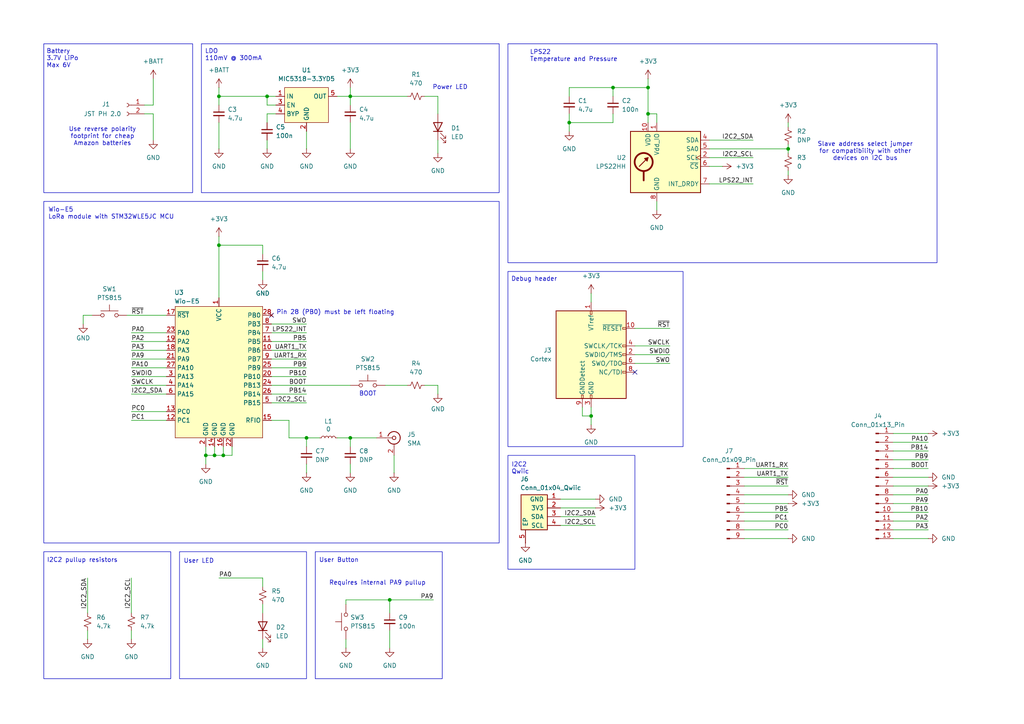
<source format=kicad_sch>
(kicad_sch (version 20250114) (generator "eeschema") (generator_version "9.0")
  (paper "A4")
  (lib_symbols
    (symbol "Connector:Conn_01x02_Socket" (pin_names (offset 1.016) (hide yes))
      (property "Reference" "J" (at 0 2.54 0))
      (property "Value" "Conn_01x02_Socket" (at 0 -5.08 0))
      (symbol "Conn_01x02_Socket_1_1"
        (polyline (pts (xy -1.27 0) (xy -0.508 0)) (stroke (width 0.1524)))
        (polyline (pts (xy -1.27 -2.54) (xy -0.508 -2.54)) (stroke (width 0.1524)))
        (arc (start 0 -0.508) (mid -0.5058 0) (end 0 0.508) (stroke (width 0.1524)))
        (arc (start 0 -3.048) (mid -0.5058 -2.54) (end 0 -2.032) (stroke (width 0.1524)))
        (pin passive line (at -5.08 0 0) (length 3.81) (name "Pin_1") (number "1"))
        (pin passive line (at -5.08 -2.54 0) (length 3.81) (name "Pin_2") (number "2"))
      )
    )
    (symbol "Connector:Conn_01x09_Pin" (pin_names (offset 1.016) (hide yes))
      (property "Reference" "J" (at 0 12.7 0))
      (property "Value" "Conn_01x09_Pin" (at 0 -12.7 0))
      (symbol "Conn_01x09_Pin_1_1"
        (rectangle (start 0.8636 10.287) (end 0 10.033) (stroke (width 0.1524)) (fill (type outline)))
        (rectangle (start 0.8636 7.747) (end 0 7.493) (stroke (width 0.1524)) (fill (type outline)))
        (rectangle (start 0.8636 5.207) (end 0 4.953) (stroke (width 0.1524)) (fill (type outline)))
        (rectangle (start 0.8636 2.667) (end 0 2.413) (stroke (width 0.1524)) (fill (type outline)))
        (rectangle (start 0.8636 0.127) (end 0 -0.127) (stroke (width 0.1524)) (fill (type outline)))
        (rectangle (start 0.8636 -2.413) (end 0 -2.667) (stroke (width 0.1524)) (fill (type outline)))
        (rectangle (start 0.8636 -4.953) (end 0 -5.207) (stroke (width 0.1524)) (fill (type outline)))
        (rectangle (start 0.8636 -7.493) (end 0 -7.747) (stroke (width 0.1524)) (fill (type outline)))
        (rectangle (start 0.8636 -10.033) (end 0 -10.287) (stroke (width 0.1524)) (fill (type outline)))
        (polyline (pts (xy 1.27 10.16) (xy 0.8636 10.16)) (stroke (width 0.1524)))
        (polyline (pts (xy 1.27 7.62) (xy 0.8636 7.62)) (stroke (width 0.1524)))
        (polyline (pts (xy 1.27 5.08) (xy 0.8636 5.08)) (stroke (width 0.1524)))
        (polyline (pts (xy 1.27 2.54) (xy 0.8636 2.54)) (stroke (width 0.1524)))
        (polyline (pts (xy 1.27 0) (xy 0.8636 0)) (stroke (width 0.1524)))
        (polyline (pts (xy 1.27 -2.54) (xy 0.8636 -2.54)) (stroke (width 0.1524)))
        (polyline (pts (xy 1.27 -5.08) (xy 0.8636 -5.08)) (stroke (width 0.1524)))
        (polyline (pts (xy 1.27 -7.62) (xy 0.8636 -7.62)) (stroke (width 0.1524)))
        (polyline (pts (xy 1.27 -10.16) (xy 0.8636 -10.16)) (stroke (width 0.1524)))
        (pin passive line (at 5.08 10.16 180) (length 3.81) (name "Pin_1") (number "1"))
        (pin passive line (at 5.08 7.62 180) (length 3.81) (name "Pin_2") (number "2"))
        (pin passive line (at 5.08 5.08 180) (length 3.81) (name "Pin_3") (number "3"))
        (pin passive line (at 5.08 2.54 180) (length 3.81) (name "Pin_4") (number "4"))
        (pin passive line (at 5.08 0 180) (length 3.81) (name "Pin_5") (number "5"))
        (pin passive line (at 5.08 -2.54 180) (length 3.81) (name "Pin_6") (number "6"))
        (pin passive line (at 5.08 -5.08 180) (length 3.81) (name "Pin_7") (number "7"))
        (pin passive line (at 5.08 -7.62 180) (length 3.81) (name "Pin_8") (number "8"))
        (pin passive line (at 5.08 -10.16 180) (length 3.81) (name "Pin_9") (number "9"))
      )
    )
    (symbol "Connector:Conn_01x13_Pin" (pin_names (offset 1.016) (hide yes))
      (property "Reference" "J" (at 0 17.78 0))
      (property "Value" "Conn_01x13_Pin" (at 0 -17.78 0))
      (symbol "Conn_01x13_Pin_1_1"
        (rectangle (start 0.8636 15.367) (end 0 15.113) (stroke (width 0.1524)) (fill (type outline)))
        (rectangle (start 0.8636 12.827) (end 0 12.573) (stroke (width 0.1524)) (fill (type outline)))
        (rectangle (start 0.8636 10.287) (end 0 10.033) (stroke (width 0.1524)) (fill (type outline)))
        (rectangle (start 0.8636 7.747) (end 0 7.493) (stroke (width 0.1524)) (fill (type outline)))
        (rectangle (start 0.8636 5.207) (end 0 4.953) (stroke (width 0.1524)) (fill (type outline)))
        (rectangle (start 0.8636 2.667) (end 0 2.413) (stroke (width 0.1524)) (fill (type outline)))
        (rectangle (start 0.8636 0.127) (end 0 -0.127) (stroke (width 0.1524)) (fill (type outline)))
        (rectangle (start 0.8636 -2.413) (end 0 -2.667) (stroke (width 0.1524)) (fill (type outline)))
        (rectangle (start 0.8636 -4.953) (end 0 -5.207) (stroke (width 0.1524)) (fill (type outline)))
        (rectangle (start 0.8636 -7.493) (end 0 -7.747) (stroke (width 0.1524)) (fill (type outline)))
        (rectangle (start 0.8636 -10.033) (end 0 -10.287) (stroke (width 0.1524)) (fill (type outline)))
        (rectangle (start 0.8636 -12.573) (end 0 -12.827) (stroke (width 0.1524)) (fill (type outline)))
        (rectangle (start 0.8636 -15.113) (end 0 -15.367) (stroke (width 0.1524)) (fill (type outline)))
        (polyline (pts (xy 1.27 15.24) (xy 0.8636 15.24)) (stroke (width 0.1524)))
        (polyline (pts (xy 1.27 12.7) (xy 0.8636 12.7)) (stroke (width 0.1524)))
        (polyline (pts (xy 1.27 10.16) (xy 0.8636 10.16)) (stroke (width 0.1524)))
        (polyline (pts (xy 1.27 7.62) (xy 0.8636 7.62)) (stroke (width 0.1524)))
        (polyline (pts (xy 1.27 5.08) (xy 0.8636 5.08)) (stroke (width 0.1524)))
        (polyline (pts (xy 1.27 2.54) (xy 0.8636 2.54)) (stroke (width 0.1524)))
        (polyline (pts (xy 1.27 0) (xy 0.8636 0)) (stroke (width 0.1524)))
        (polyline (pts (xy 1.27 -2.54) (xy 0.8636 -2.54)) (stroke (width 0.1524)))
        (polyline (pts (xy 1.27 -5.08) (xy 0.8636 -5.08)) (stroke (width 0.1524)))
        (polyline (pts (xy 1.27 -7.62) (xy 0.8636 -7.62)) (stroke (width 0.1524)))
        (polyline (pts (xy 1.27 -10.16) (xy 0.8636 -10.16)) (stroke (width 0.1524)))
        (polyline (pts (xy 1.27 -12.7) (xy 0.8636 -12.7)) (stroke (width 0.1524)))
        (polyline (pts (xy 1.27 -15.24) (xy 0.8636 -15.24)) (stroke (width 0.1524)))
        (pin passive line (at 5.08 15.24 180) (length 3.81) (name "Pin_1") (number "1"))
        (pin passive line (at 5.08 12.7 180) (length 3.81) (name "Pin_2") (number "2"))
        (pin passive line (at 5.08 10.16 180) (length 3.81) (name "Pin_3") (number "3"))
        (pin passive line (at 5.08 7.62 180) (length 3.81) (name "Pin_4") (number "4"))
        (pin passive line (at 5.08 5.08 180) (length 3.81) (name "Pin_5") (number "5"))
        (pin passive line (at 5.08 2.54 180) (length 3.81) (name "Pin_6") (number "6"))
        (pin passive line (at 5.08 0 180) (length 3.81) (name "Pin_7") (number "7"))
        (pin passive line (at 5.08 -2.54 180) (length 3.81) (name "Pin_8") (number "8"))
        (pin passive line (at 5.08 -5.08 180) (length 3.81) (name "Pin_9") (number "9"))
        (pin passive line (at 5.08 -7.62 180) (length 3.81) (name "Pin_10") (number "10"))
        (pin passive line (at 5.08 -10.16 180) (length 3.81) (name "Pin_11") (number "11"))
        (pin passive line (at 5.08 -12.7 180) (length 3.81) (name "Pin_12") (number "12"))
        (pin passive line (at 5.08 -15.24 180) (length 3.81) (name "Pin_13") (number "13"))
      )
    )
    (symbol "Connector:Conn_ARM_JTAG_SWD_10" (pin_names (offset 1.016))
      (property "Reference" "J" (at -2.54 16.51 0))
      (property "Value" "Conn_ARM_JTAG_SWD_10" (at -2.54 13.97 0))
      (symbol "Conn_ARM_JTAG_SWD_10_0_1"
        (rectangle (start -10.16 12.7) (end 10.16 -12.7) (stroke (width 0.254)) (fill (type background)))
        (rectangle (start -2.794 -12.7) (end -2.286 -11.684))
        (rectangle (start -0.254 12.7) (end 0.254 11.684))
        (rectangle (start -0.254 -12.7) (end 0.254 -11.684))
        (rectangle (start 9.144 2.286) (end 10.16 2.794))
        (rectangle (start 10.16 7.874) (end 9.144 7.366))
        (rectangle (start 10.16 -0.254) (end 9.144 0.254))
        (rectangle (start 10.16 -2.794) (end 9.144 -2.286))
      )
      (symbol "Conn_ARM_JTAG_SWD_10_1_1"
        (rectangle (start 9.144 -5.334) (end 10.16 -4.826))
        (pin no_connect line (at -10.16 0 0) (length 2.54) (hide yes) (name "KEY") (number "7"))
        (pin passive line (at -2.54 -15.24 90) (length 2.54) (name "GNDDetect") (number "9"))
        (pin power_in line (at 0 15.24 270) (length 2.54) (name "VTref") (number "1"))
        (pin power_in line (at 0 -15.24 90) (length 2.54) (name "GND") (number "3"))
        (pin passive line (at 0 -15.24 90) (length 2.54) (hide yes) (name "GND") (number "5"))
        (pin open_collector line (at 12.7 7.62 180) (length 2.54) (name "~{RESET}") (number "10"))
        (pin output line (at 12.7 2.54 180) (length 2.54) (name "SWCLK/TCK") (number "4"))
        (pin bidirectional line (at 12.7 0 180) (length 2.54) (name "SWDIO/TMS") (number "2"))
        (pin input line (at 12.7 -2.54 180) (length 2.54) (name "SWO/TDO") (number "6"))
        (pin output line (at 12.7 -5.08 180) (length 2.54) (name "NC/TDI") (number "8"))
      )
    )
    (symbol "Connector:Conn_Coaxial" (pin_names (offset 1.016) (hide yes))
      (property "Reference" "J" (at 0.254 3.048 0))
      (property "Value" "Conn_Coaxial" (at 2.921 0 90))
      (symbol "Conn_Coaxial_0_1"
        (polyline (pts (xy -2.54 0) (xy -0.508 0)))
        (arc (start 1.778 0) (mid 0.222 -1.8079) (end -1.778 -0.508) (stroke (width 0.254)))
        (arc (start -1.778 0.508) (mid 0.2221 1.8084) (end 1.778 0) (stroke (width 0.254)))
        (circle (center 0 0) (radius 0.508) (stroke (width 0.2032)))
        (polyline (pts (xy 0 -2.54) (xy 0 -1.778)))
      )
      (symbol "Conn_Coaxial_1_1"
        (pin passive line (at -5.08 0 0) (length 2.54) (name "In") (number "1"))
        (pin passive line (at 0 -5.08 90) (length 2.54) (name "Ext") (number "2"))
      )
    )
    (symbol "Device:C_Small" (pin_numbers (hide yes)) (pin_names (offset 0.254) (hide yes))
      (property "Reference" "C" (at 0.254 1.778 0))
      (property "Value" "C_Small" (at 0.254 -2.032 0))
      (symbol "C_Small_0_1"
        (polyline (pts (xy -1.524 0.508) (xy 1.524 0.508)) (stroke (width 0.3048)))
        (polyline (pts (xy -1.524 -0.508) (xy 1.524 -0.508)) (stroke (width 0.3302)))
      )
      (symbol "C_Small_1_1"
        (pin passive line (at 0 2.54 270) (length 2.032) (name "~") (number "1"))
        (pin passive line (at 0 -2.54 90) (length 2.032) (name "~") (number "2"))
      )
    )
    (symbol "Device:LED" (pin_numbers (hide yes)) (pin_names (offset 1.016) (hide yes))
      (property "Reference" "D" (at 0 2.54 0))
      (property "Value" "LED" (at 0 -2.54 0))
      (symbol "LED_0_1"
        (polyline (pts (xy -3.048 -0.762) (xy -4.572 -2.286) (xy -3.81 -2.286) (xy -4.572 -2.286) (xy -4.572 -1.524)))
        (polyline (pts (xy -1.778 -0.762) (xy -3.302 -2.286) (xy -2.54 -2.286) (xy -3.302 -2.286) (xy -3.302 -1.524)))
        (polyline (pts (xy -1.27 0) (xy 1.27 0)))
        (polyline (pts (xy -1.27 -1.27) (xy -1.27 1.27)) (stroke (width 0.254)))
        (polyline (pts (xy 1.27 -1.27) (xy 1.27 1.27) (xy -1.27 0) (xy 1.27 -1.27)) (stroke (width 0.254)))
      )
      (symbol "LED_1_1"
        (pin passive line (at -3.81 0 0) (length 2.54) (name "K") (number "1"))
        (pin passive line (at 3.81 0 180) (length 2.54) (name "A") (number "2"))
      )
    )
    (symbol "Device:L_Small" (pin_numbers (hide yes)) (pin_names (offset 0.254) (hide yes))
      (property "Reference" "L" (at 0.762 1.016 0))
      (property "Value" "L_Small" (at 0.762 -1.016 0))
      (symbol "L_Small_0_1"
        (arc (start 0 2.032) (mid 0.5058 1.524) (end 0 1.016))
        (arc (start 0 1.016) (mid 0.5058 0.508) (end 0 0))
        (arc (start 0 0) (mid 0.5058 -0.508) (end 0 -1.016))
        (arc (start 0 -1.016) (mid 0.5058 -1.524) (end 0 -2.032))
      )
      (symbol "L_Small_1_1"
        (pin passive line (at 0 2.54 270) (length 0.508) (name "~") (number "1"))
        (pin passive line (at 0 -2.54 90) (length 0.508) (name "~") (number "2"))
      )
    )
    (symbol "Device:R_Small_US" (pin_numbers (hide yes)) (pin_names (offset 0.254) (hide yes))
      (property "Reference" "R" (at 0.762 0.508 0))
      (property "Value" "R_Small_US" (at 0.762 -1.016 0))
      (symbol "R_Small_US_1_1"
        (polyline (pts (xy 0 1.524) (xy 1.016 1.143) (xy 0 0.762) (xy -1.016 0.381) (xy 0 0)))
        (polyline (pts (xy 0 0) (xy 1.016 -0.381) (xy 0 -0.762) (xy -1.016 -1.143) (xy 0 -1.524)))
        (pin passive line (at 0 2.54 270) (length 1.016) (name "~") (number "1"))
        (pin passive line (at 0 -2.54 90) (length 1.016) (name "~") (number "2"))
      )
    )
    (symbol "MIC5318:MIC5318-3.3YD5"
      (property "Reference" "U" (at 0 3.556 0))
      (property "Value" "MIC5318-3.3YD5" (at 0 1.27 0))
      (symbol "MIC5318-3.3YD5_0_0"
        (pin power_in line (at -8.89 -2.54 0) (length 2.54) (name "IN") (number "1"))
        (pin input line (at -8.89 -5.08 0) (length 2.54) (name "EN") (number "3"))
        (pin input line (at -8.89 -7.62 0) (length 2.54) (name "BYP") (number "4"))
        (pin power_in line (at 0 -12.7 90) (length 2.54) (name "GND") (number "2"))
        (pin power_out line (at 8.89 -2.54 180) (length 2.54) (name "OUT") (number "5"))
      )
      (symbol "MIC5318-3.3YD5_1_1"
        (rectangle (start -6.35 0) (end 6.35 -10.16) (fill (type background)))
      )
    )
    (symbol "Qwiic:Conn_01x04_Qwiic" (pin_names (offset 1.016))
      (property "Reference" "J" (at 0 7.62 0))
      (property "Value" "Conn_01x04_Qwiic" (at -0.254 5.588 0))
      (symbol "Conn_01x04_Qwiic_1_1"
        (rectangle (start -1.27 3.81) (end 6.35 -6.35) (stroke (width 0.254)) (fill (type background)))
        (pin passive line (at -5.08 2.54 0) (length 3.81) (name "GND") (number "1"))
        (pin passive line (at -5.08 0 0) (length 3.81) (name "3V3") (number "2"))
        (pin passive line (at -5.08 -2.54 0) (length 3.81) (name "SDA") (number "3"))
        (pin passive line (at -5.08 -5.08 0) (length 3.81) (name "SCL") (number "4"))
        (pin passive line (at 5.08 -10.16 90) (length 3.81) (name "EP") (number "5"))
      )
    )
    (symbol "Sensor_Pressure:LPS22HH"
      (property "Reference" "U" (at -11.43 1.27 0))
      (property "Value" "LPS22HH" (at -11.43 -1.27 0))
      (symbol "LPS22HH_0_1"
        (rectangle (start -10.16 10.16) (end 10.16 -7.62) (stroke (width 0.254)) (fill (type background)))
        (polyline (pts (xy -7.62 0) (xy -5.08 2.54)) (stroke (width 0.254)))
        (circle (center -6.35 1.27) (radius 2.6162) (stroke (width 0.508)))
        (polyline (pts (xy -6.35 -1.524) (xy -6.35 -4.064)) (stroke (width 0.508)))
        (polyline (pts (xy -5.08 2.54) (xy -5.334 1.524) (xy -6.096 2.286) (xy -5.08 2.54)) (stroke (width 0.254)) (fill (type outline)))
      )
      (symbol "LPS22HH_1_1"
        (pin power_in line (at -5.08 12.7 270) (length 2.54) (name "VDD") (number "10"))
        (pin power_in line (at -2.54 12.7 270) (length 2.54) (name "Vdd_IO") (number "1"))
        (pin passive line (at -2.54 -10.16 90) (length 2.54) (hide yes) (name "GND") (number "3"))
        (pin power_in line (at -2.54 -10.16 90) (length 2.54) (name "GND") (number "8"))
        (pin passive line (at -2.54 -10.16 90) (length 2.54) (hide yes) (name "GND") (number "9"))
        (pin bidirectional line (at 12.7 7.62 180) (length 2.54) (name "SDA") (number "4"))
        (pin input line (at 12.7 5.08 180) (length 2.54) (name "SA0") (number "5"))
        (pin input clock (at 12.7 2.54 180) (length 2.54) (name "SCL") (number "2"))
        (pin input line (at 12.7 0 180) (length 2.54) (name "~{CS}") (number "6"))
        (pin output line (at 12.7 -5.08 180) (length 2.54) (name "INT_DRDY") (number "7"))
      )
    )
    (symbol "Switch:SW_Push" (pin_numbers (hide yes)) (pin_names (offset 1.016) (hide yes))
      (property "Reference" "SW" (at 1.27 2.54 0))
      (property "Value" "SW_Push" (at 0 -1.524 0))
      (symbol "SW_Push_0_1"
        (circle (center -2.032 0) (radius 0.508))
        (polyline (pts (xy 0 1.27) (xy 0 3.048)))
        (circle (center 2.032 0) (radius 0.508))
        (polyline (pts (xy 2.54 1.27) (xy -2.54 1.27)))
        (pin passive line (at -5.08 0 0) (length 2.54) (name "1") (number "1"))
        (pin passive line (at 5.08 0 180) (length 2.54) (name "2") (number "2"))
      )
    )
    (symbol "Wio-E5:Wio-E5"
      (property "Reference" "U" (at -12.7 3.302 0))
      (property "Value" "Wio-E5" (at -12.7 1.27 0))
      (symbol "Wio-E5_0_0"
        (pin bidirectional line (at -15.24 -7.62 0) (length 2.54) (name "PA0") (number "23"))
        (pin bidirectional line (at -15.24 -15.24 0) (length 2.54) (name "PA9") (number "21"))
        (pin bidirectional line (at -15.24 -17.78 0) (length 2.54) (name "PA10") (number "27"))
        (pin power_in line (at -3.81 -40.64 90) (length 2.54) (name "GND") (number "2"))
        (pin power_in line (at -1.27 -40.64 90) (length 2.54) (name "GND") (number "14"))
        (pin power_in line (at 0 2.54 270) (length 2.54) (name "VCC") (number "1"))
        (pin power_in line (at 1.27 -40.64 90) (length 2.54) (name "GND") (number "16"))
        (pin power_in line (at 3.81 -40.64 90) (length 2.54) (name "GND") (number "22"))
        (pin bidirectional line (at 15.24 -5.08 180) (length 2.54) (name "PB3") (number "8"))
        (pin bidirectional line (at 15.24 -7.62 180) (length 2.54) (name "PB4") (number "7"))
        (pin bidirectional line (at 15.24 -10.16 180) (length 2.54) (name "PB5") (number "11"))
        (pin bidirectional line (at 15.24 -33.02 180) (length 2.54) (name "RFIO") (number "15"))
      )
      (symbol "Wio-E5_1_0"
        (pin input line (at -15.24 -2.54 0) (length 2.54) (name "~{RST}") (number "17"))
        (pin bidirectional line (at -15.24 -10.16 0) (length 2.54) (name "PA2") (number "19") (alternate "" input line))
        (pin bidirectional line (at -15.24 -12.7 0) (length 2.54) (name "PA3") (number "18") (alternate "" input line))
        (pin bidirectional line (at -15.24 -20.32 0) (length 2.54) (name "PA13") (number "3") (alternate "" input line))
        (pin bidirectional line (at -15.24 -22.86 0) (length 2.54) (name "PA14") (number "4") (alternate "" input line))
        (pin bidirectional line (at -15.24 -25.4 0) (length 2.54) (name "PA15") (number "6") (alternate "" input line))
        (pin bidirectional line (at -15.24 -30.48 0) (length 2.54) (name "PC0") (number "13"))
        (pin bidirectional line (at -15.24 -33.02 0) (length 2.54) (name "PC1") (number "12"))
        (pin no_connect line (at 15.24 -2.54 180) (length 2.54) (name "PB0") (number "28"))
        (pin bidirectional line (at 15.24 -12.7 180) (length 2.54) (name "PB6") (number "10") (alternate "" input line))
        (pin bidirectional line (at 15.24 -15.24 180) (length 2.54) (name "PB7") (number "9") (alternate "" input line))
        (pin bidirectional line (at 15.24 -17.78 180) (length 2.54) (name "PB9") (number "25") (alternate "" input line))
        (pin bidirectional line (at 15.24 -20.32 180) (length 2.54) (name "PB10") (number "20"))
        (pin bidirectional line (at 15.24 -22.86 180) (length 2.54) (name "PB13") (number "24") (alternate "" input line))
        (pin bidirectional line (at 15.24 -25.4 180) (length 2.54) (name "PB14") (number "26"))
        (pin bidirectional line (at 15.24 -27.94 180) (length 2.54) (name "PB15") (number "5") (alternate "" input line))
      )
      (symbol "Wio-E5_1_1"
        (rectangle (start -12.7 0) (end 12.7 -38.1) (fill (type background)))
      )
    )
    (symbol "power:+3V3" (power) (pin_numbers (hide yes)) (pin_names (offset 0) (hide yes))
      (property "Value" "+3V3" (at 0 3.556 0))
      (symbol "+3V3_0_1"
        (polyline (pts (xy -0.762 1.27) (xy 0 2.54)))
        (polyline (pts (xy 0 2.54) (xy 0.762 1.27)))
        (polyline (pts (xy 0 0) (xy 0 2.54)))
      )
      (symbol "+3V3_1_1"
        (pin power_in line (at 0 0 90) (length 0) (name "~") (number "1"))
      )
    )
    (symbol "power:+BATT" (power) (pin_numbers (hide yes)) (pin_names (offset 0) (hide yes))
      (property "Value" "+BATT" (at 0 3.556 0))
      (symbol "+BATT_0_1"
        (polyline (pts (xy -0.762 1.27) (xy 0 2.54)))
        (polyline (pts (xy 0 2.54) (xy 0.762 1.27)))
        (polyline (pts (xy 0 0) (xy 0 2.54)))
      )
      (symbol "+BATT_1_1"
        (pin power_in line (at 0 0 90) (length 0) (name "~") (number "1"))
      )
    )
    (symbol "power:GND" (power) (pin_numbers (hide yes)) (pin_names (offset 0) (hide yes))
      (property "Value" "GND" (at 0 -3.81 0))
      (symbol "GND_0_1"
        (polyline (pts (xy 0 0) (xy 0 -1.27) (xy 1.27 -1.27) (xy 0 -2.54) (xy -1.27 -1.27) (xy 0 -1.27)))
      )
      (symbol "GND_1_1"
        (pin power_in line (at 0 0 270) (length 0) (name "~") (number "1"))
      )
    )
  )
  (rectangle (start 58.42 12.7) (end 144.78 55.88))
  (rectangle (start 12.7 58.42) (end 144.78 157.48))
  (rectangle (start 12.7 12.7) (end 55.88 55.88))
  (rectangle (start 147.32 12.7) (end 271.78 76.2))
  (rectangle (start 91.44 160.02) (end 128.27 196.85))
  (rectangle (start 147.32 78.74) (end 198.12 129.54))
  (rectangle (start 12.7 160.02) (end 49.53 196.85))
  (rectangle (start 52.07 160.02) (end 88.9 196.85))
  (rectangle (start 147.32 132.08) (end 184.15 165.1))
  (text "LPS22\nTemperature and Pressure" (at 153.67 16.256 0) (effects (font (size 1.27 1.27)) (justify left)))
  (text "User Button" (at 98.298 162.56 0) (effects (font (size 1.27 1.27))))
  (text "Slave address select jumper\nfor compatibility with other\ndevices on I2C bus" (at 250.952 43.942 0) (effects (font (size 1.27 1.27))))
  (text "Wio-E5\nLoRa module with STM32WLE5JC MCU" (at 13.97 61.976 0) (effects (font (size 1.27 1.27)) (justify left)))
  (text "I2C2 pullup resistors" (at 23.876 162.56 0) (effects (font (size 1.27 1.27))))
  (text "Battery\n3.7V LiPo\nMax 6V" (at 13.462 17.018 0) (effects (font (size 1.27 1.27)) (justify left)))
  (text "Power LED" (at 130.556 25.4 0) (effects (font (size 1.27 1.27))))
  (text "I2C2\nQwiic" (at 148.336 135.89 0) (effects (font (size 1.27 1.27)) (justify left)))
  (text "LDO\n110mV @ 300mA" (at 59.436 16.002 0) (effects (font (size 1.27 1.27)) (justify left)))
  (text "Pin 28 (PB0) must be left floating" (at 97.282 90.678 0) (effects (font (size 1.27 1.27))))
  (text "BOOT" (at 106.68 114.3 0) (effects (font (size 1.27 1.27))))
  (text "Requires internal PA9 pullup" (at 109.474 169.164 0) (effects (font (size 1.27 1.27))))
  (text "Debug header" (at 154.94 81.026 0) (effects (font (size 1.27 1.27))))
  (text "Use reverse polarity\nfootprint for cheap\nAmazon batteries" (at 29.718 39.624 0) (effects (font (size 1.27 1.27))))
  (text "User LED" (at 57.658 162.814 0) (effects (font (size 1.27 1.27))))
  (junction (at 77.47 27.94))
  (junction (at 101.6 127))
  (junction (at 64.77 132.08))
  (junction (at 228.6 43.18))
  (junction (at 63.5 71.12))
  (junction (at 171.45 120.65))
  (junction (at 101.6 27.94))
  (junction (at 113.03 173.99))
  (junction (at 187.96 25.4))
  (junction (at 63.5 27.94))
  (junction (at 88.9 127))
  (junction (at 62.23 132.08))
  (junction (at 59.69 132.08))
  (junction (at 177.8 25.4))
  (junction (at 187.96 33.02))
  (junction (at 165.1 35.56))
  (no_connect (at 184.15 107.95))
  (no_connect (at 78.74 91.44))
  (wire (pts (xy 269.24 156.21) (xy 259.08 156.21)))
  (wire (pts (xy 269.24 151.13) (xy 259.08 151.13)))
  (wire (pts (xy 259.08 135.89) (xy 269.24 135.89)))
  (wire (pts (xy 36.83 91.44) (xy 48.26 91.44)))
  (wire (pts (xy 259.08 125.73) (xy 269.24 125.73)))
  (wire (pts (xy 38.1 106.68) (xy 48.26 106.68)))
  (wire (pts (xy 77.47 33.02) (xy 80.01 33.02)))
  (wire (pts (xy 162.56 144.78) (xy 172.72 144.78)))
  (wire (pts (xy 184.15 95.25) (xy 194.31 95.25)))
  (wire (pts (xy 165.1 27.94) (xy 165.1 25.4)))
  (wire (pts (xy 205.74 40.64) (xy 218.44 40.64)))
  (wire (pts (xy 88.9 106.68) (xy 78.74 106.68)))
  (wire (pts (xy 259.08 140.97) (xy 269.24 140.97)))
  (wire (pts (xy 38.1 96.52) (xy 48.26 96.52)))
  (wire (pts (xy 215.9 146.05) (xy 228.6 146.05)))
  (wire (pts (xy 44.45 22.86) (xy 44.45 30.48)))
  (wire (pts (xy 269.24 138.43) (xy 259.08 138.43)))
  (wire (pts (xy 101.6 27.94) (xy 101.6 25.4)))
  (wire (pts (xy 215.9 156.21) (xy 228.6 156.21)))
  (wire (pts (xy 38.1 109.22) (xy 48.26 109.22)))
  (wire (pts (xy 76.2 175.26) (xy 76.2 177.8)))
  (wire (pts (xy 171.45 120.65) (xy 168.91 120.65)))
  (wire (pts (xy 101.6 134.62) (xy 101.6 137.16)))
  (wire (pts (xy 67.31 132.08) (xy 67.31 129.54)))
  (wire (pts (xy 171.45 120.65) (xy 171.45 123.19)))
  (wire (pts (xy 97.79 127) (xy 101.6 127)))
  (wire (pts (xy 83.82 127) (xy 88.9 127)))
  (wire (pts (xy 177.8 27.94) (xy 177.8 25.4)))
  (wire (pts (xy 269.24 130.81) (xy 259.08 130.81)))
  (wire (pts (xy 123.19 27.94) (xy 127 27.94)))
  (wire (pts (xy 78.74 111.76) (xy 101.6 111.76)))
  (wire (pts (xy 83.82 127) (xy 83.82 121.92)))
  (wire (pts (xy 269.24 128.27) (xy 259.08 128.27)))
  (wire (pts (xy 205.74 53.34) (xy 218.44 53.34)))
  (wire (pts (xy 88.9 127) (xy 92.71 127)))
  (wire (pts (xy 63.5 25.4) (xy 63.5 27.94)))
  (wire (pts (xy 269.24 133.35) (xy 259.08 133.35)))
  (wire (pts (xy 127 44.45) (xy 127 40.64)))
  (wire (pts (xy 127 27.94) (xy 127 33.02)))
  (wire (pts (xy 184.15 100.33) (xy 194.31 100.33)))
  (wire (pts (xy 44.45 40.64) (xy 44.45 33.02)))
  (wire (pts (xy 101.6 27.94) (xy 101.6 30.48)))
  (wire (pts (xy 228.6 49.53) (xy 228.6 50.8)))
  (wire (pts (xy 113.03 182.88) (xy 113.03 187.96)))
  (wire (pts (xy 38.1 114.3) (xy 48.26 114.3)))
  (wire (pts (xy 171.45 118.11) (xy 171.45 120.65)))
  (wire (pts (xy 187.96 33.02) (xy 187.96 35.56)))
  (wire (pts (xy 127 111.76) (xy 123.19 111.76)))
  (wire (pts (xy 228.6 41.91) (xy 228.6 43.18)))
  (wire (pts (xy 88.9 134.62) (xy 88.9 137.16)))
  (wire (pts (xy 78.74 93.98) (xy 88.9 93.98)))
  (wire (pts (xy 44.45 33.02) (xy 41.91 33.02)))
  (wire (pts (xy 78.74 101.6) (xy 88.9 101.6)))
  (wire (pts (xy 215.9 135.89) (xy 228.6 135.89)))
  (wire (pts (xy 24.13 91.44) (xy 26.67 91.44)))
  (wire (pts (xy 64.77 129.54) (xy 64.77 132.08)))
  (wire (pts (xy 209.55 48.26) (xy 205.74 48.26)))
  (wire (pts (xy 88.9 38.1) (xy 88.9 43.18)))
  (wire (pts (xy 25.4 182.88) (xy 25.4 185.42)))
  (wire (pts (xy 190.5 35.56) (xy 190.5 33.02)))
  (wire (pts (xy 77.47 40.64) (xy 77.47 43.18)))
  (wire (pts (xy 97.79 27.94) (xy 101.6 27.94)))
  (wire (pts (xy 63.5 30.48) (xy 63.5 27.94)))
  (wire (pts (xy 165.1 38.1) (xy 165.1 35.56)))
  (wire (pts (xy 76.2 81.28) (xy 76.2 78.74)))
  (wire (pts (xy 63.5 167.64) (xy 76.2 167.64)))
  (wire (pts (xy 38.1 104.14) (xy 48.26 104.14)))
  (wire (pts (xy 177.8 33.02) (xy 177.8 35.56)))
  (wire (pts (xy 101.6 127) (xy 101.6 129.54)))
  (wire (pts (xy 62.23 132.08) (xy 59.69 132.08)))
  (wire (pts (xy 63.5 35.56) (xy 63.5 43.18)))
  (wire (pts (xy 113.03 173.99) (xy 125.73 173.99)))
  (wire (pts (xy 228.6 43.18) (xy 228.6 44.45)))
  (wire (pts (xy 215.9 153.67) (xy 228.6 153.67)))
  (wire (pts (xy 187.96 22.86) (xy 187.96 25.4)))
  (wire (pts (xy 38.1 167.64) (xy 38.1 177.8)))
  (wire (pts (xy 184.15 105.41) (xy 194.31 105.41)))
  (wire (pts (xy 101.6 127) (xy 109.22 127)))
  (wire (pts (xy 76.2 187.96) (xy 76.2 185.42)))
  (wire (pts (xy 62.23 132.08) (xy 62.23 129.54)))
  (wire (pts (xy 88.9 127) (xy 88.9 129.54)))
  (wire (pts (xy 76.2 167.64) (xy 76.2 170.18)))
  (wire (pts (xy 215.9 148.59) (xy 228.6 148.59)))
  (wire (pts (xy 114.3 132.08) (xy 114.3 137.16)))
  (wire (pts (xy 100.33 185.42) (xy 100.33 187.96)))
  (wire (pts (xy 215.9 151.13) (xy 228.6 151.13)))
  (wire (pts (xy 78.74 104.14) (xy 88.9 104.14)))
  (wire (pts (xy 88.9 109.22) (xy 78.74 109.22)))
  (wire (pts (xy 269.24 148.59) (xy 259.08 148.59)))
  (wire (pts (xy 77.47 30.48) (xy 80.01 30.48)))
  (wire (pts (xy 269.24 153.67) (xy 259.08 153.67)))
  (wire (pts (xy 38.1 121.92) (xy 48.26 121.92)))
  (wire (pts (xy 38.1 111.76) (xy 48.26 111.76)))
  (wire (pts (xy 127 114.3) (xy 127 111.76)))
  (wire (pts (xy 77.47 27.94) (xy 77.47 30.48)))
  (wire (pts (xy 77.47 27.94) (xy 80.01 27.94)))
  (wire (pts (xy 101.6 35.56) (xy 101.6 43.18)))
  (wire (pts (xy 215.9 138.43) (xy 228.6 138.43)))
  (wire (pts (xy 63.5 71.12) (xy 63.5 86.36)))
  (wire (pts (xy 184.15 102.87) (xy 194.31 102.87)))
  (wire (pts (xy 59.69 132.08) (xy 59.69 129.54)))
  (wire (pts (xy 77.47 35.56) (xy 77.47 33.02)))
  (wire (pts (xy 24.13 93.98) (xy 24.13 91.44)))
  (wire (pts (xy 177.8 35.56) (xy 165.1 35.56)))
  (wire (pts (xy 38.1 101.6) (xy 48.26 101.6)))
  (wire (pts (xy 215.9 140.97) (xy 228.6 140.97)))
  (wire (pts (xy 100.33 173.99) (xy 113.03 173.99)))
  (wire (pts (xy 165.1 35.56) (xy 165.1 33.02)))
  (wire (pts (xy 100.33 175.26) (xy 100.33 173.99)))
  (wire (pts (xy 67.31 132.08) (xy 64.77 132.08)))
  (wire (pts (xy 111.76 111.76) (xy 118.11 111.76)))
  (wire (pts (xy 44.45 30.48) (xy 41.91 30.48)))
  (wire (pts (xy 162.56 152.4) (xy 172.72 152.4)))
  (wire (pts (xy 205.74 43.18) (xy 228.6 43.18)))
  (wire (pts (xy 171.45 85.09) (xy 171.45 87.63)))
  (wire (pts (xy 162.56 147.32) (xy 172.72 147.32)))
  (wire (pts (xy 88.9 99.06) (xy 78.74 99.06)))
  (wire (pts (xy 25.4 167.64) (xy 25.4 177.8)))
  (wire (pts (xy 187.96 25.4) (xy 187.96 33.02)))
  (wire (pts (xy 162.56 149.86) (xy 172.72 149.86)))
  (wire (pts (xy 190.5 33.02) (xy 187.96 33.02)))
  (wire (pts (xy 63.5 27.94) (xy 77.47 27.94)))
  (wire (pts (xy 62.23 132.08) (xy 64.77 132.08)))
  (wire (pts (xy 59.69 134.62) (xy 59.69 132.08)))
  (wire (pts (xy 215.9 143.51) (xy 228.6 143.51)))
  (wire (pts (xy 83.82 121.92) (xy 78.74 121.92)))
  (wire (pts (xy 177.8 25.4) (xy 187.96 25.4)))
  (wire (pts (xy 269.24 146.05) (xy 259.08 146.05)))
  (wire (pts (xy 63.5 68.58) (xy 63.5 71.12)))
  (wire (pts (xy 38.1 99.06) (xy 48.26 99.06)))
  (wire (pts (xy 88.9 114.3) (xy 78.74 114.3)))
  (wire (pts (xy 76.2 71.12) (xy 76.2 73.66)))
  (wire (pts (xy 228.6 35.56) (xy 228.6 36.83)))
  (wire (pts (xy 190.5 58.42) (xy 190.5 60.96)))
  (wire (pts (xy 63.5 71.12) (xy 76.2 71.12)))
  (wire (pts (xy 101.6 27.94) (xy 118.11 27.94)))
  (wire (pts (xy 165.1 25.4) (xy 177.8 25.4)))
  (wire (pts (xy 38.1 182.88) (xy 38.1 185.42)))
  (wire (pts (xy 168.91 120.65) (xy 168.91 118.11)))
  (wire (pts (xy 205.74 45.72) (xy 218.44 45.72)))
  (wire (pts (xy 269.24 143.51) (xy 259.08 143.51)))
  (wire (pts (xy 113.03 173.99) (xy 113.03 177.8)))
  (wire (pts (xy 88.9 96.52) (xy 78.74 96.52)))
  (wire (pts (xy 38.1 119.38) (xy 48.26 119.38)))
  (wire (pts (xy 88.9 116.84) (xy 78.74 116.84)))
  (label "PA9" (at 38.1 104.14 0))
  (label "UART1_RX" (at 228.6 135.89 180))
  (label "SWDIO" (at 38.1 109.22 0))
  (label "SWO" (at 88.9 93.98 180))
  (label "PB9" (at 269.24 133.35 180))
  (label "I2C2_SCL" (at 88.9 116.84 180))
  (label "PA9" (at 269.24 146.05 180))
  (label "SWDIO" (at 194.31 102.87 180))
  (label "PB9" (at 88.9 106.68 180))
  (label "I2C2_SCL" (at 172.72 152.4 180))
  (label "PB5" (at 228.6 148.59 180))
  (label "PA9" (at 125.73 173.99 180))
  (label "PB10" (at 88.9 109.22 180))
  (label "~{RST}" (at 194.31 95.25 180))
  (label "SWO" (at 194.31 105.41 180))
  (label "LPS22_INT" (at 218.44 53.34 180))
  (label "PA2" (at 269.24 151.13 180))
  (label "I2C2_SCL" (at 218.44 45.72 180))
  (label "I2C2_SDA" (at 172.72 149.86 180))
  (label "I2C2_SDA" (at 38.1 114.3 0))
  (label "PC0" (at 228.6 153.67 180))
  (label "PA0" (at 63.5 167.64 0))
  (label "PA3" (at 269.24 153.67 180))
  (label "SWCLK" (at 38.1 111.76 0))
  (label "PB5" (at 88.9 99.06 180))
  (label "BOOT" (at 88.9 111.76 180))
  (label "PB14" (at 269.24 130.81 180))
  (label "PB10" (at 269.24 148.59 180))
  (label "PA0" (at 269.24 143.51 180))
  (label "UART1_TX" (at 88.9 101.6 180))
  (label "LPS22_INT" (at 88.9 96.52 180))
  (label "I2C2_SCL" (at 38.1 167.64 270))
  (label "PA3" (at 38.1 101.6 0))
  (label "UART1_RX" (at 88.9 104.14 180))
  (label "I2C2_SDA" (at 218.44 40.64 180))
  (label "PA0" (at 38.1 96.52 0))
  (label "UART1_TX" (at 228.6 138.43 180))
  (label "I2C2_SDA" (at 25.4 167.64 270))
  (label "PA10" (at 38.1 106.68 0))
  (label "SWCLK" (at 194.31 100.33 180))
  (label "PB14" (at 88.9 114.3 180))
  (label "~{RST}" (at 228.6 140.97 180))
  (label "BOOT" (at 269.24 135.89 180))
  (label "PC0" (at 38.1 119.38 0))
  (label "PC1" (at 38.1 121.92 0))
  (label "PA10" (at 269.24 128.27 180))
  (label "PC1" (at 228.6 151.13 180))
  (label "PA2" (at 38.1 99.06 0))
  (label "~{RST}" (at 38.1 91.44 0))
  (symbol (lib_id "power:GND") (at 101.6 43.18 0) (unit 1)
    (property "Reference" "#PWR011" (effects (hide yes)))
    (property "Value" "GND" (at 101.6 48.26 0))
    (property "Description" "Power symbol creates a global label with name \"GND\" , ground" (effects (hide yes)))
  )
  (symbol (lib_id "power:GND") (at 171.45 123.19 0) (unit 1)
    (property "Reference" "#PWR023" (effects (hide yes)))
    (property "Value" "GND" (at 171.45 128.27 0))
    (property "Description" "Power symbol creates a global label with name \"GND\" , ground" (effects (hide yes)))
  )
  (symbol (lib_id "power:GND") (at 114.3 137.16 0) (unit 1)
    (property "Reference" "#PWR029" (effects (hide yes)))
    (property "Value" "GND" (at 114.3 142.24 0))
    (property "Description" "Power symbol creates a global label with name \"GND\" , ground" (effects (hide yes)))
  )
  (symbol (lib_id "Connector:Conn_01x09_Pin") (at 210.82 146.05 0) (unit 1)
    (property "Reference" "J7" (at 211.455 130.81 0))
    (property "Value" "Conn_01x09_Pin" (at 211.455 133.35 0))
    (property "Footprint" "Connector_PinHeader_2.54mm:PinHeader_1x09_P2.54mm_Vertical" (effects (hide yes)))
    (property "Description" "Generic connector, single row, 01x09, script generated" (effects (hide yes)))
  )
  (symbol (lib_id "power:GND") (at 76.2 187.96 0) (unit 1)
    (property "Reference" "#PWR033" (effects (hide yes)))
    (property "Value" "GND" (at 76.2 193.04 0))
    (property "Description" "Power symbol creates a global label with name \"GND\" , ground" (effects (hide yes)))
  )
  (symbol (lib_id "Qwiic:Conn_01x04_Qwiic") (at 157.48 147.32 0) (mirror y) (unit 1)
    (property "Reference" "J6" (at 152.146 138.938 0))
    (property "Value" "Conn_01x04_Qwiic" (at 159.766 141.478 0))
    (property "Footprint" "BM04B-SRSS-TB:CONN_JST-BM04B-SRSS-TB" (effects (hide yes)))
    (property "Description" "Qwiic I2C connector 4 pin" (effects (hide yes)))
  )
  (symbol (lib_id "power:GND") (at 228.6 156.21 90) (unit 1)
    (property "Reference" "#PWR038" (effects (hide yes)))
    (property "Value" "GND" (at 232.41 156.2099 90) (effects (justify right)))
    (property "Description" "Power symbol creates a global label with name \"GND\" , ground" (effects (hide yes)))
  )
  (symbol (lib_id "power:GND") (at 63.5 43.18 0) (unit 1)
    (property "Reference" "#PWR08" (effects (hide yes)))
    (property "Value" "GND" (at 63.5 48.26 0))
    (property "Description" "Power symbol creates a global label with name \"GND\" , ground" (effects (hide yes)))
  )
  (symbol (lib_id "Switch:SW_Push") (at 31.75 91.44 0) (unit 1)
    (property "Reference" "SW1" (at 31.75 83.82 0))
    (property "Value" "PTS815" (at 31.75 86.36 0))
    (property "Footprint" "PTS815_SJM_250_SMTR_LFS:SW_Push_PTS815_SJM_250_SMTR_LFS" (effects (hide yes)))
    (property "Description" "Push button switch, generic, two pins" (effects (hide yes)))
  )
  (symbol (lib_id "power:GND") (at 269.24 138.43 90) (unit 1)
    (property "Reference" "#PWR043" (effects (hide yes)))
    (property "Value" "GND" (at 273.05 138.4299 90) (effects (justify right)))
    (property "Description" "Power symbol creates a global label with name \"GND\" , ground" (effects (hide yes)))
  )
  (symbol (lib_id "Device:C_Small") (at 63.5 33.02 0) (unit 1)
    (property "Reference" "C3" (at 66.04 31.7562 0) (effects (justify left)))
    (property "Value" "4.7u" (at 66.04 34.2962 0) (effects (justify left)))
    (property "Footprint" "Capacitor_SMD:C_0603_1608Metric" (effects (hide yes)))
    (property "Description" "Unpolarized capacitor, small symbol" (effects (hide yes)))
  )
  (symbol (lib_id "Device:C_Small") (at 88.9 132.08 0) (unit 1)
    (property "Reference" "C7" (at 91.44 130.8162 0) (effects (justify left)))
    (property "Value" "DNP" (at 91.44 133.3562 0) (effects (justify left)))
    (property "Footprint" "Capacitor_SMD:C_0603_1608Metric" (effects (hide yes)))
    (property "Description" "Unpolarized capacitor, small symbol" (effects (hide yes)))
  )
  (symbol (lib_id "power:GND") (at 88.9 137.16 0) (unit 1)
    (property "Reference" "#PWR027" (effects (hide yes)))
    (property "Value" "GND" (at 88.9 142.24 0))
    (property "Description" "Power symbol creates a global label with name \"GND\" , ground" (effects (hide yes)))
  )
  (symbol (lib_id "Device:C_Small") (at 77.47 38.1 0) (unit 1)
    (property "Reference" "C5" (at 80.01 36.8362 0) (effects (justify left)))
    (property "Value" "100n" (at 80.01 39.3762 0) (effects (justify left)))
    (property "Footprint" "Capacitor_SMD:C_0603_1608Metric" (effects (hide yes)))
    (property "Description" "Unpolarized capacitor, small symbol" (effects (hide yes)))
  )
  (symbol (lib_id "Sensor_Pressure:LPS22HH") (at 193.04 48.26 0) (unit 1)
    (property "Reference" "U2" (at 181.61 45.7199 0) (effects (justify right)))
    (property "Value" "LPS22HH" (at 181.61 48.2599 0) (effects (justify right)))
    (property "Footprint" "Package_LGA:ST_HLGA-10_2x2mm_P0.5mm_LayoutBorder3x2y" (effects (hide yes)))
    (property "Datasheet" "https://www.st.com/resource/en/datasheet/lps22hh.pdf" (effects (hide yes)))
    (property "Description" "MEMS nano pressure sensor, 260-1260 hPa, absolute digital output baromeeter, 24 bit, SPI, I2C, I3C, 0.65 Pa noise rms, ST_HLGA-10L" (effects (hide yes)))
  )
  (symbol (lib_id "power:GND") (at 88.9 43.18 0) (unit 1)
    (property "Reference" "#PWR010" (effects (hide yes)))
    (property "Value" "GND" (at 88.9 48.26 0))
    (property "Description" "Power symbol creates a global label with name \"GND\" , ground" (effects (hide yes)))
  )
  (symbol (lib_id "Connector:Conn_01x02_Socket") (at 36.83 30.48 0) (mirror y) (unit 1)
    (property "Reference" "J1" (at 30.734 30.226 0))
    (property "Value" "JST PH 2.0" (at 29.718 33.02 0))
    (property "Footprint" "JST_PH_S2B-PH-K_1x02_P2.00mm_Horizontal_Reverse_Polarity:JST_PH_S2B-PH-K_1x02_P2.00mm_Horizontal" (effects (hide yes)))
    (property "Description" "Generic connector, single row, 01x02, script generated" (effects (hide yes)))
  )
  (symbol (lib_id "MIC5318:MIC5318-3.3YD5") (at 88.9 25.4 0) (unit 1)
    (property "Reference" "U1" (at 88.9 20.32 0))
    (property "Value" "MIC5318-3.3YD5" (at 88.9 22.86 0))
    (property "Footprint" "Package_TO_SOT_SMD:SOT-23-5" (effects (hide yes)))
    (property "Datasheet" "https://ww1.microchip.com/downloads/en/DeviceDoc/mic5318.pdf" (effects (hide yes)))
    (property "Description" "300mA LDO, 100mV dropout, input range 2.3V to 6V, SOT23-5 package" (effects (hide yes)))
  )
  (symbol (lib_id "power:GND") (at 228.6 50.8 0) (unit 1)
    (property "Reference" "#PWR014" (effects (hide yes)))
    (property "Value" "GND" (at 228.6 55.88 0))
    (property "Description" "Power symbol creates a global label with name \"GND\" , ground" (effects (hide yes)))
  )
  (symbol (lib_id "Switch:SW_Push") (at 100.33 180.34 90) (unit 1)
    (property "Reference" "SW3" (at 101.6 179.0699 90) (effects (justify right)))
    (property "Value" "PTS815" (at 101.6 181.6099 90) (effects (justify right)))
    (property "Footprint" "PTS815_SJM_250_SMTR_LFS:SW_Push_PTS815_SJM_250_SMTR_LFS" (effects (hide yes)))
    (property "Description" "Push button switch, generic, two pins" (effects (hide yes)))
  )
  (symbol (lib_id "power:+3V3") (at 269.24 125.73 270) (unit 1)
    (property "Reference" "#PWR042" (effects (hide yes)))
    (property "Value" "+3V3" (at 273.05 125.7299 90) (effects (justify left)))
    (property "Description" "Power symbol creates a global label with name \"+3V3\"" (effects (hide yes)))
  )
  (symbol (lib_id "power:GND") (at 76.2 81.28 0) (unit 1)
    (property "Reference" "#PWR017" (effects (hide yes)))
    (property "Value" "GND" (at 76.2 85.09 0))
    (property "Description" "Power symbol creates a global label with name \"GND\" , ground" (effects (hide yes)))
  )
  (symbol (lib_id "Device:R_Small_US") (at 120.65 27.94 90) (unit 1)
    (property "Reference" "R1" (at 120.65 21.59 90))
    (property "Value" "470" (at 120.65 24.13 90))
    (property "Footprint" "Resistor_SMD:R_0603_1608Metric" (effects (hide yes)))
    (property "Description" "Resistor, small US symbol" (effects (hide yes)))
  )
  (symbol (lib_id "power:GND") (at 190.5 60.96 0) (unit 1)
    (property "Reference" "#PWR015" (effects (hide yes)))
    (property "Value" "GND" (at 190.5 66.04 0))
    (property "Description" "Power symbol creates a global label with name \"GND\" , ground" (effects (hide yes)))
  )
  (symbol (lib_id "power:+3V3") (at 187.96 22.86 0) (unit 1)
    (property "Reference" "#PWR02" (effects (hide yes)))
    (property "Value" "+3V3" (at 187.96 17.78 0))
    (property "Description" "Power symbol creates a global label with name \"+3V3\"" (effects (hide yes)))
  )
  (symbol (lib_id "Device:C_Small") (at 113.03 180.34 0) (unit 1)
    (property "Reference" "C9" (at 115.57 179.0762 0) (effects (justify left)))
    (property "Value" "100n" (at 115.57 181.6162 0) (effects (justify left)))
    (property "Footprint" "Capacitor_SMD:C_0603_1608Metric" (effects (hide yes)))
    (property "Description" "Unpolarized capacitor, small symbol" (effects (hide yes)))
  )
  (symbol (lib_id "Device:R_Small_US") (at 76.2 172.72 0) (unit 1)
    (property "Reference" "R5" (at 78.74 171.4499 0) (effects (justify left)))
    (property "Value" "470" (at 78.74 173.9899 0) (effects (justify left)))
    (property "Footprint" "Resistor_SMD:R_0603_1608Metric" (effects (hide yes)))
    (property "Description" "Resistor, small US symbol" (effects (hide yes)))
  )
  (symbol (lib_id "power:GND") (at 152.4 157.48 0) (unit 1)
    (property "Reference" "#PWR036" (effects (hide yes)))
    (property "Value" "GND" (at 152.4 162.56 0))
    (property "Description" "Power symbol creates a global label with name \"GND\" , ground" (effects (hide yes)))
  )
  (symbol (lib_id "Connector:Conn_01x13_Pin") (at 254 140.97 0) (unit 1)
    (property "Reference" "J4" (at 254.635 120.65 0))
    (property "Value" "Conn_01x13_Pin" (at 254.635 123.19 0))
    (property "Footprint" "Connector_PinHeader_2.54mm:PinHeader_1x13_P2.54mm_Vertical" (effects (hide yes)))
    (property "Description" "Generic connector, single row, 01x13, script generated" (effects (hide yes)))
  )
  (symbol (lib_id "Wio-E5:Wio-E5") (at 63.5 88.9 0) (unit 1)
    (property "Reference" "U3" (at 50.546 84.836 0) (effects (justify left)))
    (property "Value" "Wio-E5" (at 50.546 87.376 0) (effects (justify left)))
    (property "Footprint" "Wio-E5:Wio-E5" (effects (hide yes)))
    (property "Datasheet" "https://files.seeedstudio.com/products/317990687/res/LoRa-E5%20module%20datasheet_V1.1.pdf" (effects (hide yes)))
    (pin "4" (alternate "PA14"))
    (pin "19" (alternate "PA2"))
    (pin "18" (alternate "PA3"))
    (pin "3" (alternate "PA13"))
    (pin "6" (alternate "PA15"))
    (pin "24" (alternate "PB13"))
    (pin "10" (alternate "PB6"))
    (pin "9" (alternate "PB7"))
    (pin "25" (alternate "PB9"))
    (pin "5" (alternate "PB15"))
  )
  (symbol (lib_id "Device:R_Small_US") (at 38.1 180.34 0) (unit 1)
    (property "Reference" "R7" (at 40.64 179.0699 0) (effects (justify left)))
    (property "Value" "4.7k" (at 40.64 181.6099 0) (effects (justify left)))
    (property "Footprint" "Resistor_SMD:R_0603_1608Metric" (effects (hide yes)))
    (property "Description" "Resistor, small US symbol" (effects (hide yes)))
  )
  (symbol (lib_id "power:GND") (at 127 44.45 0) (unit 1)
    (property "Reference" "#PWR012" (effects (hide yes)))
    (property "Value" "GND" (at 127 49.53 0))
    (property "Description" "Power symbol creates a global label with name \"GND\" , ground" (effects (hide yes)))
  )
  (symbol (lib_id "power:GND") (at 269.24 156.21 90) (unit 1)
    (property "Reference" "#PWR041" (effects (hide yes)))
    (property "Value" "GND" (at 273.05 156.2099 90) (effects (justify right)))
    (property "Description" "Power symbol creates a global label with name \"GND\" , ground" (effects (hide yes)))
  )
  (symbol (lib_id "power:GND") (at 101.6 137.16 0) (unit 1)
    (property "Reference" "#PWR028" (effects (hide yes)))
    (property "Value" "GND" (at 101.6 142.24 0))
    (property "Description" "Power symbol creates a global label with name \"GND\" , ground" (effects (hide yes)))
  )
  (symbol (lib_id "power:+BATT") (at 63.5 25.4 0) (unit 1)
    (property "Reference" "#PWR03" (effects (hide yes)))
    (property "Value" "+BATT" (at 63.5 20.32 0))
    (property "Description" "Power symbol creates a global label with name \"+BATT\"" (effects (hide yes)))
  )
  (symbol (lib_id "Device:C_Small") (at 76.2 76.2 0) (unit 1)
    (property "Reference" "C6" (at 78.74 74.9362 0) (effects (justify left)))
    (property "Value" "4.7u" (at 78.74 77.4762 0) (effects (justify left)))
    (property "Footprint" "Capacitor_SMD:C_0603_1608Metric" (effects (hide yes)))
    (property "Description" "Unpolarized capacitor, small symbol" (effects (hide yes)))
  )
  (symbol (lib_id "power:+3V3") (at 101.6 25.4 0) (unit 1)
    (property "Reference" "#PWR04" (effects (hide yes)))
    (property "Value" "+3V3" (at 101.6 20.32 0))
    (property "Description" "Power symbol creates a global label with name \"+3V3\"" (effects (hide yes)))
  )
  (symbol (lib_id "Device:L_Small") (at 95.25 127 90) (unit 1)
    (property "Reference" "L1" (at 95.25 122.174 90))
    (property "Value" "0" (at 95.25 124.46 90))
    (property "Footprint" "Inductor_SMD:L_0603_1608Metric" (effects (hide yes)))
    (property "Description" "Inductor, small symbol" (effects (hide yes)))
  )
  (symbol (lib_id "power:GND") (at 113.03 187.96 0) (unit 1)
    (property "Reference" "#PWR035" (effects (hide yes)))
    (property "Value" "GND" (at 113.03 193.04 0))
    (property "Description" "Power symbol creates a global label with name \"GND\" , ground" (effects (hide yes)))
  )
  (symbol (lib_id "Connector:Conn_Coaxial") (at 114.3 127 0) (unit 1)
    (property "Reference" "J5" (at 118.11 126.0231 0) (effects (justify left)))
    (property "Value" "SMA" (at 118.11 128.5631 0) (effects (justify left)))
    (property "Footprint" "Connector_Coaxial:SMA_Samtec_SMA-J-P-H-ST-EM1_EdgeMount" (effects (hide yes)))
    (property "Description" "coaxial connector (BNC, SMA, SMB, SMC, Cinch/RCA, LEMO, ...)" (effects (hide yes)))
  )
  (symbol (lib_id "power:GND") (at 228.6 143.51 90) (unit 1)
    (property "Reference" "#PWR020" (effects (hide yes)))
    (property "Value" "GND" (at 232.41 143.5099 90) (effects (justify right)))
    (property "Description" "Power symbol creates a global label with name \"GND\" , ground" (effects (hide yes)))
  )
  (symbol (lib_id "power:GND") (at 172.72 144.78 90) (unit 1)
    (property "Reference" "#PWR026" (effects (hide yes)))
    (property "Value" "GND" (at 176.53 144.7799 90) (effects (justify right)))
    (property "Description" "Power symbol creates a global label with name \"GND\" , ground" (effects (hide yes)))
  )
  (symbol (lib_id "power:+3V3") (at 228.6 35.56 0) (unit 1)
    (property "Reference" "#PWR05" (effects (hide yes)))
    (property "Value" "+3V3" (at 228.6 30.48 0))
    (property "Description" "Power symbol creates a global label with name \"+3V3\"" (effects (hide yes)))
  )
  (symbol (lib_id "power:+3V3") (at 209.55 48.26 270) (unit 1)
    (property "Reference" "#PWR013" (effects (hide yes)))
    (property "Value" "+3V3" (at 213.36 48.2599 90) (effects (justify left)))
    (property "Description" "Power symbol creates a global label with name \"+3V3\"" (effects (hide yes)))
  )
  (symbol (lib_id "power:+3V3") (at 63.5 68.58 0) (unit 1)
    (property "Reference" "#PWR016" (effects (hide yes)))
    (property "Value" "+3V3" (at 63.5 63.5 0))
    (property "Description" "Power symbol creates a global label with name \"+3V3\"" (effects (hide yes)))
  )
  (symbol (lib_id "power:GND") (at 165.1 38.1 0) (unit 1)
    (property "Reference" "#PWR06" (effects (hide yes)))
    (property "Value" "GND" (at 165.1 43.18 0))
    (property "Description" "Power symbol creates a global label with name \"GND\" , ground" (effects (hide yes)))
  )
  (symbol (lib_id "power:GND") (at 25.4 185.42 0) (unit 1)
    (property "Reference" "#PWR031" (effects (hide yes)))
    (property "Value" "GND" (at 25.4 190.5 0))
    (property "Description" "Power symbol creates a global label with name \"GND\" , ground" (effects (hide yes)))
  )
  (symbol (lib_id "power:GND") (at 44.45 40.64 0) (mirror y) (unit 1)
    (property "Reference" "#PWR07" (effects (hide yes)))
    (property "Value" "GND" (at 44.45 45.72 0))
    (property "Description" "Power symbol creates a global label with name \"GND\" , ground" (effects (hide yes)))
  )
  (symbol (lib_id "power:GND") (at 127 114.3 0) (unit 1)
    (property "Reference" "#PWR021" (effects (hide yes)))
    (property "Value" "GND" (at 127 118.618 0))
    (property "Description" "Power symbol creates a global label with name \"GND\" , ground" (effects (hide yes)))
  )
  (symbol (lib_id "power:GND") (at 59.69 134.62 0) (unit 1)
    (property "Reference" "#PWR025" (effects (hide yes)))
    (property "Value" "GND" (at 59.69 139.7 0))
    (property "Description" "Power symbol creates a global label with name \"GND\" , ground" (effects (hide yes)))
  )
  (symbol (lib_id "power:+3V3") (at 171.45 85.09 0) (unit 1)
    (property "Reference" "#PWR018" (effects (hide yes)))
    (property "Value" "+3V3" (at 171.45 80.01 0))
    (property "Description" "Power symbol creates a global label with name \"+3V3\"" (effects (hide yes)))
  )
  (symbol (lib_id "Device:C_Small") (at 177.8 30.48 0) (unit 1)
    (property "Reference" "C2" (at 180.34 29.2162 0) (effects (justify left)))
    (property "Value" "100n" (at 180.34 31.7562 0) (effects (justify left)))
    (property "Footprint" "Capacitor_SMD:C_0603_1608Metric" (effects (hide yes)))
    (property "Description" "Unpolarized capacitor, small symbol" (effects (hide yes)))
  )
  (symbol (lib_id "Device:LED") (at 127 36.83 90) (unit 1)
    (property "Reference" "D1" (at 130.81 37.1474 90) (effects (justify right)))
    (property "Value" "LED" (at 130.81 39.6874 90) (effects (justify right)))
    (property "Footprint" "LED_SMD:LED_0603_1608Metric" (effects (hide yes)))
    (property "Description" "Light emitting diode" (effects (hide yes)))
    (property "Sim.Pins" "1=K 2=A" (effects (hide yes)))
  )
  (symbol (lib_id "Device:R_Small_US") (at 228.6 39.37 0) (unit 1)
    (property "Reference" "R2" (at 231.14 38.0999 0) (effects (justify left)))
    (property "Value" "DNP" (at 231.14 40.6399 0) (effects (justify left)))
    (property "Footprint" "Resistor_SMD:R_0603_1608Metric" (effects (hide yes)))
    (property "Description" "Resistor, small US symbol" (effects (hide yes)))
  )
  (symbol (lib_id "power:+3V3") (at 269.24 140.97 270) (unit 1)
    (property "Reference" "#PWR044" (effects (hide yes)))
    (property "Value" "+3V3" (at 273.05 140.9699 90) (effects (justify left)))
    (property "Description" "Power symbol creates a global label with name \"+3V3\"" (effects (hide yes)))
  )
  (symbol (lib_id "Device:LED") (at 76.2 181.61 90) (unit 1)
    (property "Reference" "D2" (at 80.01 181.9274 90) (effects (justify right)))
    (property "Value" "LED" (at 80.01 184.4674 90) (effects (justify right)))
    (property "Footprint" "LED_SMD:LED_0603_1608Metric" (effects (hide yes)))
    (property "Description" "Light emitting diode" (effects (hide yes)))
    (property "Sim.Pins" "1=K 2=A" (effects (hide yes)))
  )
  (symbol (lib_id "Device:R_Small_US") (at 120.65 111.76 90) (unit 1)
    (property "Reference" "R4" (at 120.65 105.41 90))
    (property "Value" "470" (at 120.65 107.95 90))
    (property "Footprint" "Resistor_SMD:R_0603_1608Metric" (effects (hide yes)))
    (property "Description" "Resistor, small US symbol" (effects (hide yes)))
  )
  (symbol (lib_id "Device:R_Small_US") (at 228.6 46.99 0) (unit 1)
    (property "Reference" "R3" (at 231.14 45.7199 0) (effects (justify left)))
    (property "Value" "0" (at 231.14 48.2599 0) (effects (justify left)))
    (property "Footprint" "Resistor_SMD:R_0603_1608Metric" (effects (hide yes)))
    (property "Description" "Resistor, small US symbol" (effects (hide yes)))
  )
  (symbol (lib_id "Device:C_Small") (at 101.6 33.02 0) (unit 1)
    (property "Reference" "C4" (at 104.14 31.7562 0) (effects (justify left)))
    (property "Value" "4.7u" (at 104.14 34.2962 0) (effects (justify left)))
    (property "Footprint" "Capacitor_SMD:C_0603_1608Metric" (effects (hide yes)))
    (property "Description" "Unpolarized capacitor, small symbol" (effects (hide yes)))
  )
  (symbol (lib_id "power:+BATT") (at 44.45 22.86 0) (mirror y) (unit 1)
    (property "Reference" "#PWR01" (effects (hide yes)))
    (property "Value" "+BATT" (at 44.45 17.78 0))
    (property "Description" "Power symbol creates a global label with name \"+BATT\"" (effects (hide yes)))
  )
  (symbol (lib_id "power:GND") (at 77.47 43.18 0) (unit 1)
    (property "Reference" "#PWR09" (effects (hide yes)))
    (property "Value" "GND" (at 77.47 48.26 0))
    (property "Description" "Power symbol creates a global label with name \"GND\" , ground" (effects (hide yes)))
  )
  (symbol (lib_id "power:+3V3") (at 172.72 147.32 270) (unit 1)
    (property "Reference" "#PWR030" (effects (hide yes)))
    (property "Value" "+3V3" (at 176.53 147.3199 90) (effects (justify left)))
    (property "Description" "Power symbol creates a global label with name \"+3V3\"" (effects (hide yes)))
  )
  (symbol (lib_id "power:GND") (at 100.33 187.96 0) (unit 1)
    (property "Reference" "#PWR034" (effects (hide yes)))
    (property "Value" "GND" (at 100.33 193.04 0))
    (property "Description" "Power symbol creates a global label with name \"GND\" , ground" (effects (hide yes)))
  )
  (symbol (lib_id "Connector:Conn_ARM_JTAG_SWD_10") (at 171.45 102.87 0) (unit 1)
    (property "Reference" "J3" (at 160.02 101.5999 0) (effects (justify right)))
    (property "Value" "Cortex" (at 160.02 104.1399 0) (effects (justify right)))
    (property "Footprint" "3220-10-0100-00_CNC:CONN_3220-10-0100-00_CNC" (effects (hide yes)))
    (property "Datasheet" "http://infocenter.arm.com/help/topic/com.arm.doc.ddi0314h/DDI0314H_coresight_components_trm.pdf" (effects (hide yes)))
    (property "Description" "Cortex Debug Connector, standard ARM Cortex-M SWD and JTAG interface" (effects (hide yes)))
  )
  (symbol (lib_id "power:+3V3") (at 228.6 146.05 270) (unit 1)
    (property "Reference" "#PWR037" (effects (hide yes)))
    (property "Value" "+3V3" (at 232.41 146.0499 90) (effects (justify left)))
    (property "Description" "Power symbol creates a global label with name \"+3V3\"" (effects (hide yes)))
  )
  (symbol (lib_id "Switch:SW_Push") (at 106.68 111.76 0) (unit 1)
    (property "Reference" "SW2" (at 106.68 104.14 0))
    (property "Value" "PTS815" (at 106.68 106.68 0))
    (property "Footprint" "PTS815_SJM_250_SMTR_LFS:SW_Push_PTS815_SJM_250_SMTR_LFS" (effects (hide yes)))
    (property "Description" "Push button switch, generic, two pins" (effects (hide yes)))
  )
  (symbol (lib_id "Device:C_Small") (at 101.6 132.08 0) (unit 1)
    (property "Reference" "C8" (at 104.14 130.8162 0) (effects (justify left)))
    (property "Value" "DNP" (at 104.14 133.3562 0) (effects (justify left)))
    (property "Footprint" "Capacitor_SMD:C_0603_1608Metric" (effects (hide yes)))
    (property "Description" "Unpolarized capacitor, small symbol" (effects (hide yes)))
  )
  (symbol (lib_id "power:GND") (at 24.13 93.98 0) (unit 1)
    (property "Reference" "#PWR019" (effects (hide yes)))
    (property "Value" "GND" (at 24.13 98.044 0))
    (property "Description" "Power symbol creates a global label with name \"GND\" , ground" (effects (hide yes)))
  )
  (symbol (lib_id "Device:C_Small") (at 165.1 30.48 0) (unit 1)
    (property "Reference" "C1" (at 167.64 29.2162 0) (effects (justify left)))
    (property "Value" "4.7u" (at 167.64 31.7562 0) (effects (justify left)))
    (property "Footprint" "Capacitor_SMD:C_0603_1608Metric" (effects (hide yes)))
    (property "Description" "Unpolarized capacitor, small symbol" (effects (hide yes)))
  )
  (symbol (lib_id "Device:R_Small_US") (at 25.4 180.34 0) (unit 1)
    (property "Reference" "R6" (at 27.94 179.0699 0) (effects (justify left)))
    (property "Value" "4.7k" (at 27.94 181.6099 0) (effects (justify left)))
    (property "Footprint" "Resistor_SMD:R_0603_1608Metric" (effects (hide yes)))
    (property "Description" "Resistor, small US symbol" (effects (hide yes)))
  )
  (symbol (lib_id "power:GND") (at 38.1 185.42 0) (unit 1)
    (property "Reference" "#PWR032" (effects (hide yes)))
    (property "Value" "GND" (at 38.1 190.5 0))
    (property "Description" "Power symbol creates a global label with name \"GND\" , ground" (effects (hide yes)))
  )
)
</source>
